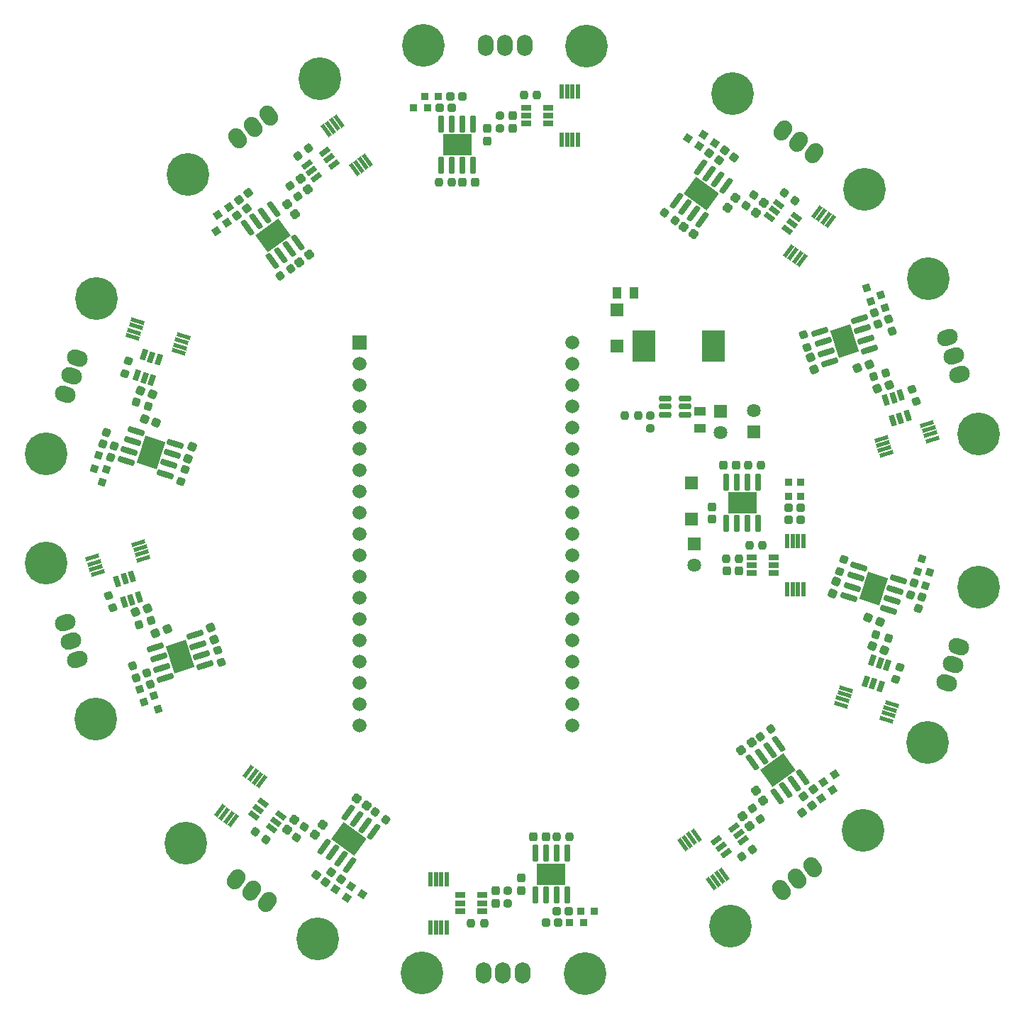
<source format=gts>
G04*
G04 #@! TF.GenerationSoftware,Altium Limited,Altium Designer,23.3.1 (30)*
G04*
G04 Layer_Color=8388736*
%FSAX44Y44*%
%MOMM*%
G71*
G04*
G04 #@! TF.SameCoordinates,7327C3A3-A75D-4357-90E6-FA600F46672C*
G04*
G04*
G04 #@! TF.FilePolarity,Negative*
G04*
G01*
G75*
G04:AMPARAMS|DCode=99|XSize=2.07mm|YSize=0.7mm|CornerRadius=0.125mm|HoleSize=0mm|Usage=FLASHONLY|Rotation=270.000|XOffset=0mm|YOffset=0mm|HoleType=Round|Shape=RoundedRectangle|*
%AMROUNDEDRECTD99*
21,1,2.0700,0.4500,0,0,270.0*
21,1,1.8200,0.7000,0,0,270.0*
1,1,0.2500,-0.2250,-0.9100*
1,1,0.2500,-0.2250,0.9100*
1,1,0.2500,0.2250,0.9100*
1,1,0.2500,0.2250,-0.9100*
%
%ADD99ROUNDEDRECTD99*%
%ADD100R,3.4020X2.5130*%
G04:AMPARAMS|DCode=101|XSize=2.07mm|YSize=0.7mm|CornerRadius=0.125mm|HoleSize=0mm|Usage=FLASHONLY|Rotation=53.903|XOffset=0mm|YOffset=0mm|HoleType=Round|Shape=RoundedRectangle|*
%AMROUNDEDRECTD101*
21,1,2.0700,0.4500,0,0,53.903*
21,1,1.8200,0.7000,0,0,53.903*
1,1,0.2500,0.7179,0.6027*
1,1,0.2500,-0.3543,-0.8679*
1,1,0.2500,-0.7179,-0.6027*
1,1,0.2500,0.3543,0.8679*
%
%ADD101ROUNDEDRECTD101*%
G04:AMPARAMS|DCode=102|XSize=2.513mm|YSize=3.402mm|CornerRadius=0mm|HoleSize=0mm|Usage=FLASHONLY|Rotation=53.903|XOffset=0mm|YOffset=0mm|HoleType=Round|Shape=Rectangle|*
%AMROTATEDRECTD102*
4,1,4,0.6342,-2.0174,-2.1147,-0.0131,-0.6342,2.0174,2.1147,0.0131,0.6342,-2.0174,0.0*
%
%ADD102ROTATEDRECTD102*%

G04:AMPARAMS|DCode=103|XSize=2.07mm|YSize=0.7mm|CornerRadius=0.125mm|HoleSize=0mm|Usage=FLASHONLY|Rotation=17.883|XOffset=0mm|YOffset=0mm|HoleType=Round|Shape=RoundedRectangle|*
%AMROUNDEDRECTD103*
21,1,2.0700,0.4500,0,0,17.883*
21,1,1.8200,0.7000,0,0,17.883*
1,1,0.2500,0.9351,0.0653*
1,1,0.2500,-0.7969,-0.4936*
1,1,0.2500,-0.9351,-0.0653*
1,1,0.2500,0.7969,0.4936*
%
%ADD103ROUNDEDRECTD103*%
G04:AMPARAMS|DCode=104|XSize=2.513mm|YSize=3.402mm|CornerRadius=0mm|HoleSize=0mm|Usage=FLASHONLY|Rotation=17.883|XOffset=0mm|YOffset=0mm|HoleType=Round|Shape=Rectangle|*
%AMROTATEDRECTD104*
4,1,4,-0.6735,-2.0047,-1.7181,1.2330,0.6735,2.0047,1.7181,-1.2330,-0.6735,-2.0047,0.0*
%
%ADD104ROTATEDRECTD104*%

G04:AMPARAMS|DCode=105|XSize=2.07mm|YSize=0.7mm|CornerRadius=0.125mm|HoleSize=0mm|Usage=FLASHONLY|Rotation=341.912|XOffset=0mm|YOffset=0mm|HoleType=Round|Shape=RoundedRectangle|*
%AMROUNDEDRECTD105*
21,1,2.0700,0.4500,0,0,341.912*
21,1,1.8200,0.7000,0,0,341.912*
1,1,0.2500,0.7952,-0.4964*
1,1,0.2500,-0.9349,0.0687*
1,1,0.2500,-0.7952,0.4964*
1,1,0.2500,0.9349,-0.0687*
%
%ADD105ROUNDEDRECTD105*%
G04:AMPARAMS|DCode=106|XSize=2.513mm|YSize=3.402mm|CornerRadius=0mm|HoleSize=0mm|Usage=FLASHONLY|Rotation=341.912|XOffset=0mm|YOffset=0mm|HoleType=Round|Shape=Rectangle|*
%AMROTATEDRECTD106*
4,1,4,-1.7225,-1.2268,-0.6663,2.0071,1.7225,1.2268,0.6663,-2.0071,-1.7225,-1.2268,0.0*
%
%ADD106ROTATEDRECTD106*%

G04:AMPARAMS|DCode=107|XSize=2.07mm|YSize=0.7mm|CornerRadius=0.125mm|HoleSize=0mm|Usage=FLASHONLY|Rotation=305.897|XOffset=0mm|YOffset=0mm|HoleType=Round|Shape=RoundedRectangle|*
%AMROUNDEDRECTD107*
21,1,2.0700,0.4500,0,0,305.897*
21,1,1.8200,0.7000,0,0,305.897*
1,1,0.2500,0.3513,-0.8691*
1,1,0.2500,-0.7158,0.6052*
1,1,0.2500,-0.3513,0.8691*
1,1,0.2500,0.7158,-0.6052*
%
%ADD107ROUNDEDRECTD107*%
G04:AMPARAMS|DCode=108|XSize=2.513mm|YSize=3.402mm|CornerRadius=0mm|HoleSize=0mm|Usage=FLASHONLY|Rotation=305.897|XOffset=0mm|YOffset=0mm|HoleType=Round|Shape=Rectangle|*
%AMROTATEDRECTD108*
4,1,4,-2.1147,0.0205,0.6412,2.0152,2.1147,-0.0205,-0.6412,-2.0152,-2.1147,0.0205,0.0*
%
%ADD108ROTATEDRECTD108*%

G04:AMPARAMS|DCode=109|XSize=2.07mm|YSize=0.7mm|CornerRadius=0.125mm|HoleSize=0mm|Usage=FLASHONLY|Rotation=197.828|XOffset=0mm|YOffset=0mm|HoleType=Round|Shape=RoundedRectangle|*
%AMROUNDEDRECTD109*
21,1,2.0700,0.4500,0,0,197.828*
21,1,1.8200,0.7000,0,0,197.828*
1,1,0.2500,-0.9352,-0.0644*
1,1,0.2500,0.7974,0.4928*
1,1,0.2500,0.9352,0.0644*
1,1,0.2500,-0.7974,-0.4928*
%
%ADD109ROUNDEDRECTD109*%
G04:AMPARAMS|DCode=110|XSize=2.513mm|YSize=3.402mm|CornerRadius=0mm|HoleSize=0mm|Usage=FLASHONLY|Rotation=197.828|XOffset=0mm|YOffset=0mm|HoleType=Round|Shape=Rectangle|*
%AMROTATEDRECTD110*
4,1,4,0.6754,2.0040,1.7169,-1.2346,-0.6754,-2.0040,-1.7169,1.2346,0.6754,2.0040,0.0*
%
%ADD110ROTATEDRECTD110*%

G04:AMPARAMS|DCode=111|XSize=2.07mm|YSize=0.7mm|CornerRadius=0.125mm|HoleSize=0mm|Usage=FLASHONLY|Rotation=161.962|XOffset=0mm|YOffset=0mm|HoleType=Round|Shape=RoundedRectangle|*
%AMROUNDEDRECTD111*
21,1,2.0700,0.4500,0,0,161.962*
21,1,1.8200,0.7000,0,0,161.962*
1,1,0.2500,-0.7956,0.4957*
1,1,0.2500,0.9349,-0.0678*
1,1,0.2500,0.7956,-0.4957*
1,1,0.2500,-0.9349,0.0678*
%
%ADD111ROUNDEDRECTD111*%
G04:AMPARAMS|DCode=112|XSize=2.513mm|YSize=3.402mm|CornerRadius=0mm|HoleSize=0mm|Usage=FLASHONLY|Rotation=161.962|XOffset=0mm|YOffset=0mm|HoleType=Round|Shape=Rectangle|*
%AMROTATEDRECTD112*
4,1,4,1.7215,1.2283,0.6680,-2.0065,-1.7215,-1.2283,-0.6680,2.0065,1.7215,1.2283,0.0*
%
%ADD112ROTATEDRECTD112*%

G04:AMPARAMS|DCode=113|XSize=2.07mm|YSize=0.7mm|CornerRadius=0.125mm|HoleSize=0mm|Usage=FLASHONLY|Rotation=126.021|XOffset=0mm|YOffset=0mm|HoleType=Round|Shape=RoundedRectangle|*
%AMROUNDEDRECTD113*
21,1,2.0700,0.4500,0,0,126.021*
21,1,1.8200,0.7000,0,0,126.021*
1,1,0.2500,-0.3532,0.8683*
1,1,0.2500,0.7171,-0.6037*
1,1,0.2500,0.3532,-0.8683*
1,1,0.2500,-0.7171,0.6037*
%
%ADD113ROUNDEDRECTD113*%
G04:AMPARAMS|DCode=114|XSize=2.513mm|YSize=3.402mm|CornerRadius=0mm|HoleSize=0mm|Usage=FLASHONLY|Rotation=126.021|XOffset=0mm|YOffset=0mm|HoleType=Round|Shape=Rectangle|*
%AMROTATEDRECTD114*
4,1,4,2.1147,-0.0159,-0.6369,-2.0166,-2.1147,0.0159,0.6369,2.0166,2.1147,-0.0159,0.0*
%
%ADD114ROTATEDRECTD114*%

%ADD115R,1.5800X1.5400*%
%ADD116R,0.9000X0.9000*%
G04:AMPARAMS|DCode=117|XSize=1mm|YSize=1mm|CornerRadius=0.275mm|HoleSize=0mm|Usage=FLASHONLY|Rotation=90.000|XOffset=0mm|YOffset=0mm|HoleType=Round|Shape=RoundedRectangle|*
%AMROUNDEDRECTD117*
21,1,1.0000,0.4500,0,0,90.0*
21,1,0.4500,1.0000,0,0,90.0*
1,1,0.5500,0.2250,0.2250*
1,1,0.5500,0.2250,-0.2250*
1,1,0.5500,-0.2250,-0.2250*
1,1,0.5500,-0.2250,0.2250*
%
%ADD117ROUNDEDRECTD117*%
G04:AMPARAMS|DCode=118|XSize=1mm|YSize=1mm|CornerRadius=0.275mm|HoleSize=0mm|Usage=FLASHONLY|Rotation=216.021|XOffset=0mm|YOffset=0mm|HoleType=Round|Shape=RoundedRectangle|*
%AMROUNDEDRECTD118*
21,1,1.0000,0.4500,0,0,216.021*
21,1,0.4500,1.0000,0,0,216.021*
1,1,0.5500,-0.3143,0.0497*
1,1,0.5500,0.0497,0.3143*
1,1,0.5500,0.3143,-0.0497*
1,1,0.5500,-0.0497,-0.3143*
%
%ADD118ROUNDEDRECTD118*%
%ADD119P,1.2728X4X261.021*%
%ADD120R,0.9000X0.9000*%
G04:AMPARAMS|DCode=121|XSize=1mm|YSize=1mm|CornerRadius=0.275mm|HoleSize=0mm|Usage=FLASHONLY|Rotation=180.000|XOffset=0mm|YOffset=0mm|HoleType=Round|Shape=RoundedRectangle|*
%AMROUNDEDRECTD121*
21,1,1.0000,0.4500,0,0,180.0*
21,1,0.4500,1.0000,0,0,180.0*
1,1,0.5500,-0.2250,0.2250*
1,1,0.5500,0.2250,0.2250*
1,1,0.5500,0.2250,-0.2250*
1,1,0.5500,-0.2250,-0.2250*
%
%ADD121ROUNDEDRECTD121*%
%ADD122P,1.2728X4X188.903*%
G04:AMPARAMS|DCode=123|XSize=1mm|YSize=1mm|CornerRadius=0.275mm|HoleSize=0mm|Usage=FLASHONLY|Rotation=143.903|XOffset=0mm|YOffset=0mm|HoleType=Round|Shape=RoundedRectangle|*
%AMROUNDEDRECTD123*
21,1,1.0000,0.4500,0,0,143.903*
21,1,0.4500,1.0000,0,0,143.903*
1,1,0.5500,-0.0493,0.3144*
1,1,0.5500,0.3144,0.0493*
1,1,0.5500,0.0493,-0.3144*
1,1,0.5500,-0.3144,-0.0493*
%
%ADD123ROUNDEDRECTD123*%
%ADD124P,1.2728X4X152.883*%
G04:AMPARAMS|DCode=125|XSize=1mm|YSize=1mm|CornerRadius=0.275mm|HoleSize=0mm|Usage=FLASHONLY|Rotation=107.883|XOffset=0mm|YOffset=0mm|HoleType=Round|Shape=RoundedRectangle|*
%AMROUNDEDRECTD125*
21,1,1.0000,0.4500,0,0,107.883*
21,1,0.4500,1.0000,0,0,107.883*
1,1,0.5500,0.1450,0.2832*
1,1,0.5500,0.2832,-0.1450*
1,1,0.5500,-0.1450,-0.2832*
1,1,0.5500,-0.2832,0.1450*
%
%ADD125ROUNDEDRECTD125*%
%ADD126P,1.2728X4X116.912*%
G04:AMPARAMS|DCode=127|XSize=1mm|YSize=1mm|CornerRadius=0.275mm|HoleSize=0mm|Usage=FLASHONLY|Rotation=71.912|XOffset=0mm|YOffset=0mm|HoleType=Round|Shape=RoundedRectangle|*
%AMROUNDEDRECTD127*
21,1,1.0000,0.4500,0,0,71.912*
21,1,0.4500,1.0000,0,0,71.912*
1,1,0.5500,0.2837,0.1440*
1,1,0.5500,0.1440,-0.2837*
1,1,0.5500,-0.2837,-0.1440*
1,1,0.5500,-0.1440,0.2837*
%
%ADD127ROUNDEDRECTD127*%
%ADD128P,1.2728X4X80.897*%
G04:AMPARAMS|DCode=129|XSize=1mm|YSize=1mm|CornerRadius=0.275mm|HoleSize=0mm|Usage=FLASHONLY|Rotation=35.897|XOffset=0mm|YOffset=0mm|HoleType=Round|Shape=RoundedRectangle|*
%AMROUNDEDRECTD129*
21,1,1.0000,0.4500,0,0,35.897*
21,1,0.4500,1.0000,0,0,35.897*
1,1,0.5500,0.3142,-0.0503*
1,1,0.5500,-0.0503,-0.3142*
1,1,0.5500,-0.3142,0.0503*
1,1,0.5500,0.0503,0.3142*
%
%ADD129ROUNDEDRECTD129*%
%ADD130P,1.2728X4X332.828*%
G04:AMPARAMS|DCode=131|XSize=1mm|YSize=1mm|CornerRadius=0.275mm|HoleSize=0mm|Usage=FLASHONLY|Rotation=287.828|XOffset=0mm|YOffset=0mm|HoleType=Round|Shape=RoundedRectangle|*
%AMROUNDEDRECTD131*
21,1,1.0000,0.4500,0,0,287.828*
21,1,0.4500,1.0000,0,0,287.828*
1,1,0.5500,-0.1453,-0.2831*
1,1,0.5500,-0.2831,0.1453*
1,1,0.5500,0.1453,0.2831*
1,1,0.5500,0.2831,-0.1453*
%
%ADD131ROUNDEDRECTD131*%
%ADD132P,1.2728X4X296.962*%
G04:AMPARAMS|DCode=133|XSize=1mm|YSize=1mm|CornerRadius=0.275mm|HoleSize=0mm|Usage=FLASHONLY|Rotation=251.962|XOffset=0mm|YOffset=0mm|HoleType=Round|Shape=RoundedRectangle|*
%AMROUNDEDRECTD133*
21,1,1.0000,0.4500,0,0,251.962*
21,1,0.4500,1.0000,0,0,251.962*
1,1,0.5500,-0.2836,-0.1443*
1,1,0.5500,-0.1443,0.2836*
1,1,0.5500,0.2836,0.1443*
1,1,0.5500,0.1443,-0.2836*
%
%ADD133ROUNDEDRECTD133*%
G04:AMPARAMS|DCode=134|XSize=1.47mm|YSize=0.69mm|CornerRadius=0.1975mm|HoleSize=0mm|Usage=FLASHONLY|Rotation=0.000|XOffset=0mm|YOffset=0mm|HoleType=Round|Shape=RoundedRectangle|*
%AMROUNDEDRECTD134*
21,1,1.4700,0.2950,0,0,0.0*
21,1,1.0750,0.6900,0,0,0.0*
1,1,0.3950,0.5375,-0.1475*
1,1,0.3950,-0.5375,-0.1475*
1,1,0.3950,-0.5375,0.1475*
1,1,0.3950,0.5375,0.1475*
%
%ADD134ROUNDEDRECTD134*%
%ADD135R,2.8000X3.7000*%
G04:AMPARAMS|DCode=136|XSize=0.65mm|YSize=1.3mm|CornerRadius=0mm|HoleSize=0mm|Usage=FLASHONLY|Rotation=197.828|XOffset=0mm|YOffset=0mm|HoleType=Round|Shape=Rectangle|*
%AMROTATEDRECTD136*
4,1,4,0.1104,0.7183,0.5084,-0.5193,-0.1104,-0.7183,-0.5084,0.5193,0.1104,0.7183,0.0*
%
%ADD136ROTATEDRECTD136*%

G04:AMPARAMS|DCode=137|XSize=1mm|YSize=0.95mm|CornerRadius=0.2625mm|HoleSize=0mm|Usage=FLASHONLY|Rotation=197.828|XOffset=0mm|YOffset=0mm|HoleType=Round|Shape=RoundedRectangle|*
%AMROUNDEDRECTD137*
21,1,1.0000,0.4250,0,0,197.828*
21,1,0.4750,0.9500,0,0,197.828*
1,1,0.5250,-0.2912,0.1296*
1,1,0.5250,0.1610,0.2750*
1,1,0.5250,0.2912,-0.1296*
1,1,0.5250,-0.1610,-0.2750*
%
%ADD137ROUNDEDRECTD137*%
G04:AMPARAMS|DCode=138|XSize=1mm|YSize=0.95mm|CornerRadius=0.2625mm|HoleSize=0mm|Usage=FLASHONLY|Rotation=107.828|XOffset=0mm|YOffset=0mm|HoleType=Round|Shape=RoundedRectangle|*
%AMROUNDEDRECTD138*
21,1,1.0000,0.4250,0,0,107.828*
21,1,0.4750,0.9500,0,0,107.828*
1,1,0.5250,0.1296,0.2912*
1,1,0.5250,0.2750,-0.1610*
1,1,0.5250,-0.1296,-0.2912*
1,1,0.5250,-0.2750,0.1610*
%
%ADD138ROUNDEDRECTD138*%
G04:AMPARAMS|DCode=139|XSize=0.48mm|YSize=1.66mm|CornerRadius=0mm|HoleSize=0mm|Usage=FLASHONLY|Rotation=287.828|XOffset=0mm|YOffset=0mm|HoleType=Round|Shape=Rectangle|*
%AMROTATEDRECTD139*
4,1,4,-0.8636,-0.0256,0.7167,0.4826,0.8636,0.0256,-0.7167,-0.4826,-0.8636,-0.0256,0.0*
%
%ADD139ROTATEDRECTD139*%

G04:AMPARAMS|DCode=140|XSize=1.05mm|YSize=1.05mm|CornerRadius=0.2875mm|HoleSize=0mm|Usage=FLASHONLY|Rotation=287.828|XOffset=0mm|YOffset=0mm|HoleType=Round|Shape=RoundedRectangle|*
%AMROUNDEDRECTD140*
21,1,1.0500,0.4750,0,0,287.828*
21,1,0.4750,1.0500,0,0,287.828*
1,1,0.5750,-0.1534,-0.2988*
1,1,0.5750,-0.2988,0.1534*
1,1,0.5750,0.1534,0.2988*
1,1,0.5750,0.2988,-0.1534*
%
%ADD140ROUNDEDRECTD140*%
G04:AMPARAMS|DCode=141|XSize=1.05mm|YSize=1.05mm|CornerRadius=0.2875mm|HoleSize=0mm|Usage=FLASHONLY|Rotation=197.828|XOffset=0mm|YOffset=0mm|HoleType=Round|Shape=RoundedRectangle|*
%AMROUNDEDRECTD141*
21,1,1.0500,0.4750,0,0,197.828*
21,1,0.4750,1.0500,0,0,197.828*
1,1,0.5750,-0.2988,0.1534*
1,1,0.5750,0.1534,0.2988*
1,1,0.5750,0.2988,-0.1534*
1,1,0.5750,-0.1534,-0.2988*
%
%ADD141ROUNDEDRECTD141*%
G04:AMPARAMS|DCode=142|XSize=0.48mm|YSize=1.66mm|CornerRadius=0mm|HoleSize=0mm|Usage=FLASHONLY|Rotation=323.903|XOffset=0mm|YOffset=0mm|HoleType=Round|Shape=Rectangle|*
%AMROTATEDRECTD142*
4,1,4,-0.6829,-0.5293,0.2951,0.8121,0.6829,0.5293,-0.2951,-0.8121,-0.6829,-0.5293,0.0*
%
%ADD142ROTATEDRECTD142*%

G04:AMPARAMS|DCode=143|XSize=1mm|YSize=0.95mm|CornerRadius=0.2625mm|HoleSize=0mm|Usage=FLASHONLY|Rotation=233.903|XOffset=0mm|YOffset=0mm|HoleType=Round|Shape=RoundedRectangle|*
%AMROUNDEDRECTD143*
21,1,1.0000,0.4250,0,0,233.903*
21,1,0.4750,0.9500,0,0,233.903*
1,1,0.5250,-0.3116,-0.0667*
1,1,0.5250,-0.0318,0.3171*
1,1,0.5250,0.3116,0.0667*
1,1,0.5250,0.0318,-0.3171*
%
%ADD143ROUNDEDRECTD143*%
G04:AMPARAMS|DCode=144|XSize=1mm|YSize=0.95mm|CornerRadius=0.2625mm|HoleSize=0mm|Usage=FLASHONLY|Rotation=143.903|XOffset=0mm|YOffset=0mm|HoleType=Round|Shape=RoundedRectangle|*
%AMROUNDEDRECTD144*
21,1,1.0000,0.4250,0,0,143.903*
21,1,0.4750,0.9500,0,0,143.903*
1,1,0.5250,-0.0667,0.3116*
1,1,0.5250,0.3171,0.0318*
1,1,0.5250,0.0667,-0.3116*
1,1,0.5250,-0.3171,-0.0318*
%
%ADD144ROUNDEDRECTD144*%
G04:AMPARAMS|DCode=145|XSize=0.65mm|YSize=1.3mm|CornerRadius=0mm|HoleSize=0mm|Usage=FLASHONLY|Rotation=233.903|XOffset=0mm|YOffset=0mm|HoleType=Round|Shape=Rectangle|*
%AMROTATEDRECTD145*
4,1,4,-0.3337,0.6456,0.7167,-0.1203,0.3337,-0.6456,-0.7167,0.1203,-0.3337,0.6456,0.0*
%
%ADD145ROTATEDRECTD145*%

G04:AMPARAMS|DCode=146|XSize=1.05mm|YSize=1.05mm|CornerRadius=0.2875mm|HoleSize=0mm|Usage=FLASHONLY|Rotation=233.903|XOffset=0mm|YOffset=0mm|HoleType=Round|Shape=RoundedRectangle|*
%AMROUNDEDRECTD146*
21,1,1.0500,0.4750,0,0,233.903*
21,1,0.4750,1.0500,0,0,233.903*
1,1,0.5750,-0.3318,-0.0520*
1,1,0.5750,-0.0520,0.3318*
1,1,0.5750,0.3318,0.0520*
1,1,0.5750,0.0520,-0.3318*
%
%ADD146ROUNDEDRECTD146*%
G04:AMPARAMS|DCode=147|XSize=1.05mm|YSize=1.05mm|CornerRadius=0.2875mm|HoleSize=0mm|Usage=FLASHONLY|Rotation=323.903|XOffset=0mm|YOffset=0mm|HoleType=Round|Shape=RoundedRectangle|*
%AMROUNDEDRECTD147*
21,1,1.0500,0.4750,0,0,323.903*
21,1,0.4750,1.0500,0,0,323.903*
1,1,0.5750,0.0520,-0.3318*
1,1,0.5750,-0.3318,-0.0520*
1,1,0.5750,-0.0520,0.3318*
1,1,0.5750,0.3318,0.0520*
%
%ADD147ROUNDEDRECTD147*%
G04:AMPARAMS|DCode=148|XSize=1.05mm|YSize=1.05mm|CornerRadius=0.2875mm|HoleSize=0mm|Usage=FLASHONLY|Rotation=323.903|XOffset=0mm|YOffset=0mm|HoleType=Round|Shape=RoundedRectangle|*
%AMROUNDEDRECTD148*
21,1,1.0500,0.4750,0,0,323.903*
21,1,0.4750,1.0500,0,0,323.903*
1,1,0.5750,0.0520,-0.3318*
1,1,0.5750,-0.3318,-0.0520*
1,1,0.5750,-0.0520,0.3318*
1,1,0.5750,0.3318,0.0520*
%
%ADD148ROUNDEDRECTD148*%
G04:AMPARAMS|DCode=149|XSize=0.48mm|YSize=1.66mm|CornerRadius=0mm|HoleSize=0mm|Usage=FLASHONLY|Rotation=35.897|XOffset=0mm|YOffset=0mm|HoleType=Round|Shape=Rectangle|*
%AMROTATEDRECTD149*
4,1,4,0.2922,-0.8131,-0.6811,0.5316,-0.2922,0.8131,0.6811,-0.5316,0.2922,-0.8131,0.0*
%
%ADD149ROTATEDRECTD149*%

G04:AMPARAMS|DCode=150|XSize=0.65mm|YSize=1.3mm|CornerRadius=0mm|HoleSize=0mm|Usage=FLASHONLY|Rotation=305.897|XOffset=0mm|YOffset=0mm|HoleType=Round|Shape=Rectangle|*
%AMROTATEDRECTD150*
4,1,4,-0.7171,-0.1178,0.3360,0.6444,0.7171,0.1178,-0.3360,-0.6444,-0.7171,-0.1178,0.0*
%
%ADD150ROTATEDRECTD150*%

G04:AMPARAMS|DCode=151|XSize=1.05mm|YSize=1.05mm|CornerRadius=0.2875mm|HoleSize=0mm|Usage=FLASHONLY|Rotation=305.897|XOffset=0mm|YOffset=0mm|HoleType=Round|Shape=RoundedRectangle|*
%AMROUNDEDRECTD151*
21,1,1.0500,0.4750,0,0,305.897*
21,1,0.4750,1.0500,0,0,305.897*
1,1,0.5750,-0.0531,-0.3317*
1,1,0.5750,-0.3317,0.0531*
1,1,0.5750,0.0531,0.3317*
1,1,0.5750,0.3317,-0.0531*
%
%ADD151ROUNDEDRECTD151*%
G04:AMPARAMS|DCode=152|XSize=1mm|YSize=0.95mm|CornerRadius=0.2625mm|HoleSize=0mm|Usage=FLASHONLY|Rotation=305.897|XOffset=0mm|YOffset=0mm|HoleType=Round|Shape=RoundedRectangle|*
%AMROUNDEDRECTD152*
21,1,1.0000,0.4250,0,0,305.897*
21,1,0.4750,0.9500,0,0,305.897*
1,1,0.5250,-0.0329,-0.3170*
1,1,0.5250,-0.3114,0.0678*
1,1,0.5250,0.0329,0.3170*
1,1,0.5250,0.3114,-0.0678*
%
%ADD152ROUNDEDRECTD152*%
G04:AMPARAMS|DCode=153|XSize=1.05mm|YSize=1.05mm|CornerRadius=0.2875mm|HoleSize=0mm|Usage=FLASHONLY|Rotation=35.897|XOffset=0mm|YOffset=0mm|HoleType=Round|Shape=RoundedRectangle|*
%AMROUNDEDRECTD153*
21,1,1.0500,0.4750,0,0,35.897*
21,1,0.4750,1.0500,0,0,35.897*
1,1,0.5750,0.3317,-0.0531*
1,1,0.5750,-0.0531,-0.3317*
1,1,0.5750,-0.3317,0.0531*
1,1,0.5750,0.0531,0.3317*
%
%ADD153ROUNDEDRECTD153*%
G04:AMPARAMS|DCode=154|XSize=1mm|YSize=0.95mm|CornerRadius=0.2625mm|HoleSize=0mm|Usage=FLASHONLY|Rotation=215.897|XOffset=0mm|YOffset=0mm|HoleType=Round|Shape=RoundedRectangle|*
%AMROUNDEDRECTD154*
21,1,1.0000,0.4250,0,0,215.897*
21,1,0.4750,0.9500,0,0,215.897*
1,1,0.5250,-0.3170,0.0329*
1,1,0.5250,0.0678,0.3114*
1,1,0.5250,0.3170,-0.0329*
1,1,0.5250,-0.0678,-0.3114*
%
%ADD154ROUNDEDRECTD154*%
G04:AMPARAMS|DCode=155|XSize=1.05mm|YSize=1.05mm|CornerRadius=0.2875mm|HoleSize=0mm|Usage=FLASHONLY|Rotation=35.897|XOffset=0mm|YOffset=0mm|HoleType=Round|Shape=RoundedRectangle|*
%AMROUNDEDRECTD155*
21,1,1.0500,0.4750,0,0,35.897*
21,1,0.4750,1.0500,0,0,35.897*
1,1,0.5750,0.3317,-0.0531*
1,1,0.5750,-0.0531,-0.3317*
1,1,0.5750,-0.3317,0.0531*
1,1,0.5750,0.0531,0.3317*
%
%ADD155ROUNDEDRECTD155*%
G04:AMPARAMS|DCode=156|XSize=1.05mm|YSize=1.05mm|CornerRadius=0.2875mm|HoleSize=0mm|Usage=FLASHONLY|Rotation=126.021|XOffset=0mm|YOffset=0mm|HoleType=Round|Shape=RoundedRectangle|*
%AMROUNDEDRECTD156*
21,1,1.0500,0.4750,0,0,126.021*
21,1,0.4750,1.0500,0,0,126.021*
1,1,0.5750,0.0524,0.3318*
1,1,0.5750,0.3318,-0.0524*
1,1,0.5750,-0.0524,-0.3318*
1,1,0.5750,-0.3318,0.0524*
%
%ADD156ROUNDEDRECTD156*%
G04:AMPARAMS|DCode=157|XSize=1mm|YSize=0.95mm|CornerRadius=0.2625mm|HoleSize=0mm|Usage=FLASHONLY|Rotation=126.021|XOffset=0mm|YOffset=0mm|HoleType=Round|Shape=RoundedRectangle|*
%AMROUNDEDRECTD157*
21,1,1.0000,0.4250,0,0,126.021*
21,1,0.4750,0.9500,0,0,126.021*
1,1,0.5250,0.0322,0.3171*
1,1,0.5250,0.3115,-0.0671*
1,1,0.5250,-0.0322,-0.3171*
1,1,0.5250,-0.3115,0.0671*
%
%ADD157ROUNDEDRECTD157*%
G04:AMPARAMS|DCode=158|XSize=1.05mm|YSize=1.05mm|CornerRadius=0.2875mm|HoleSize=0mm|Usage=FLASHONLY|Rotation=216.021|XOffset=0mm|YOffset=0mm|HoleType=Round|Shape=RoundedRectangle|*
%AMROUNDEDRECTD158*
21,1,1.0500,0.4750,0,0,216.021*
21,1,0.4750,1.0500,0,0,216.021*
1,1,0.5750,-0.3318,0.0524*
1,1,0.5750,0.0524,0.3318*
1,1,0.5750,0.3318,-0.0524*
1,1,0.5750,-0.0524,-0.3318*
%
%ADD158ROUNDEDRECTD158*%
G04:AMPARAMS|DCode=159|XSize=0.65mm|YSize=1.3mm|CornerRadius=0mm|HoleSize=0mm|Usage=FLASHONLY|Rotation=126.021|XOffset=0mm|YOffset=0mm|HoleType=Round|Shape=Rectangle|*
%AMROTATEDRECTD159*
4,1,4,0.7169,0.1194,-0.3346,-0.6451,-0.7169,-0.1194,0.3346,0.6451,0.7169,0.1194,0.0*
%
%ADD159ROTATEDRECTD159*%

G04:AMPARAMS|DCode=160|XSize=1mm|YSize=0.95mm|CornerRadius=0.2625mm|HoleSize=0mm|Usage=FLASHONLY|Rotation=36.021|XOffset=0mm|YOffset=0mm|HoleType=Round|Shape=RoundedRectangle|*
%AMROUNDEDRECTD160*
21,1,1.0000,0.4250,0,0,36.021*
21,1,0.4750,0.9500,0,0,36.021*
1,1,0.5250,0.3171,-0.0322*
1,1,0.5250,-0.0671,-0.3115*
1,1,0.5250,-0.3171,0.0322*
1,1,0.5250,0.0671,0.3115*
%
%ADD160ROUNDEDRECTD160*%
G04:AMPARAMS|DCode=161|XSize=0.48mm|YSize=1.66mm|CornerRadius=0mm|HoleSize=0mm|Usage=FLASHONLY|Rotation=216.021|XOffset=0mm|YOffset=0mm|HoleType=Round|Shape=Rectangle|*
%AMROTATEDRECTD161*
4,1,4,-0.2940,0.8124,0.6822,-0.5302,0.2940,-0.8124,-0.6822,0.5302,-0.2940,0.8124,0.0*
%
%ADD161ROTATEDRECTD161*%

%ADD162R,0.4800X1.6600*%
%ADD163R,1.3000X0.6500*%
G04:AMPARAMS|DCode=164|XSize=1mm|YSize=0.95mm|CornerRadius=0.2625mm|HoleSize=0mm|Usage=FLASHONLY|Rotation=270.000|XOffset=0mm|YOffset=0mm|HoleType=Round|Shape=RoundedRectangle|*
%AMROUNDEDRECTD164*
21,1,1.0000,0.4250,0,0,270.0*
21,1,0.4750,0.9500,0,0,270.0*
1,1,0.5250,-0.2125,-0.2375*
1,1,0.5250,-0.2125,0.2375*
1,1,0.5250,0.2125,0.2375*
1,1,0.5250,0.2125,-0.2375*
%
%ADD164ROUNDEDRECTD164*%
G04:AMPARAMS|DCode=165|XSize=1.05mm|YSize=1.05mm|CornerRadius=0.2875mm|HoleSize=0mm|Usage=FLASHONLY|Rotation=270.000|XOffset=0mm|YOffset=0mm|HoleType=Round|Shape=RoundedRectangle|*
%AMROUNDEDRECTD165*
21,1,1.0500,0.4750,0,0,270.0*
21,1,0.4750,1.0500,0,0,270.0*
1,1,0.5750,-0.2375,-0.2375*
1,1,0.5750,-0.2375,0.2375*
1,1,0.5750,0.2375,0.2375*
1,1,0.5750,0.2375,-0.2375*
%
%ADD165ROUNDEDRECTD165*%
G04:AMPARAMS|DCode=166|XSize=1.05mm|YSize=1.05mm|CornerRadius=0.2875mm|HoleSize=0mm|Usage=FLASHONLY|Rotation=0.000|XOffset=0mm|YOffset=0mm|HoleType=Round|Shape=RoundedRectangle|*
%AMROUNDEDRECTD166*
21,1,1.0500,0.4750,0,0,0.0*
21,1,0.4750,1.0500,0,0,0.0*
1,1,0.5750,0.2375,-0.2375*
1,1,0.5750,-0.2375,-0.2375*
1,1,0.5750,-0.2375,0.2375*
1,1,0.5750,0.2375,0.2375*
%
%ADD166ROUNDEDRECTD166*%
G04:AMPARAMS|DCode=167|XSize=1mm|YSize=0.95mm|CornerRadius=0.2625mm|HoleSize=0mm|Usage=FLASHONLY|Rotation=180.000|XOffset=0mm|YOffset=0mm|HoleType=Round|Shape=RoundedRectangle|*
%AMROUNDEDRECTD167*
21,1,1.0000,0.4250,0,0,180.0*
21,1,0.4750,0.9500,0,0,180.0*
1,1,0.5250,-0.2375,0.2125*
1,1,0.5250,0.2375,0.2125*
1,1,0.5250,0.2375,-0.2125*
1,1,0.5250,-0.2375,-0.2125*
%
%ADD167ROUNDEDRECTD167*%
G04:AMPARAMS|DCode=168|XSize=0.48mm|YSize=1.66mm|CornerRadius=0mm|HoleSize=0mm|Usage=FLASHONLY|Rotation=107.883|XOffset=0mm|YOffset=0mm|HoleType=Round|Shape=Rectangle|*
%AMROTATEDRECTD168*
4,1,4,0.8636,0.0265,-0.7162,-0.4833,-0.8636,-0.0265,0.7162,0.4833,0.8636,0.0265,0.0*
%
%ADD168ROTATEDRECTD168*%

G04:AMPARAMS|DCode=169|XSize=0.48mm|YSize=1.66mm|CornerRadius=0mm|HoleSize=0mm|Usage=FLASHONLY|Rotation=71.912|XOffset=0mm|YOffset=0mm|HoleType=Round|Shape=Rectangle|*
%AMROTATEDRECTD169*
4,1,4,0.7145,-0.4858,-0.8635,0.0296,-0.7145,0.4858,0.8635,-0.0296,0.7145,-0.4858,0.0*
%
%ADD169ROTATEDRECTD169*%

G04:AMPARAMS|DCode=170|XSize=0.48mm|YSize=1.66mm|CornerRadius=0mm|HoleSize=0mm|Usage=FLASHONLY|Rotation=251.962|XOffset=0mm|YOffset=0mm|HoleType=Round|Shape=Rectangle|*
%AMROTATEDRECTD170*
4,1,4,-0.7149,0.4852,0.8635,-0.0288,0.7149,-0.4852,-0.8635,0.0288,-0.7149,0.4852,0.0*
%
%ADD170ROTATEDRECTD170*%

%ADD171R,1.1020X1.3520*%
G04:AMPARAMS|DCode=172|XSize=1.05mm|YSize=1.05mm|CornerRadius=0.2875mm|HoleSize=0mm|Usage=FLASHONLY|Rotation=17.883|XOffset=0mm|YOffset=0mm|HoleType=Round|Shape=RoundedRectangle|*
%AMROUNDEDRECTD172*
21,1,1.0500,0.4750,0,0,17.883*
21,1,0.4750,1.0500,0,0,17.883*
1,1,0.5750,0.2990,-0.1531*
1,1,0.5750,-0.1531,-0.2990*
1,1,0.5750,-0.2990,0.1531*
1,1,0.5750,0.1531,0.2990*
%
%ADD172ROUNDEDRECTD172*%
G04:AMPARAMS|DCode=173|XSize=1mm|YSize=0.95mm|CornerRadius=0.2625mm|HoleSize=0mm|Usage=FLASHONLY|Rotation=17.883|XOffset=0mm|YOffset=0mm|HoleType=Round|Shape=RoundedRectangle|*
%AMROUNDEDRECTD173*
21,1,1.0000,0.4250,0,0,17.883*
21,1,0.4750,0.9500,0,0,17.883*
1,1,0.5250,0.2913,-0.1293*
1,1,0.5250,-0.1608,-0.2752*
1,1,0.5250,-0.2913,0.1293*
1,1,0.5250,0.1608,0.2752*
%
%ADD173ROUNDEDRECTD173*%
G04:AMPARAMS|DCode=174|XSize=0.65mm|YSize=1.3mm|CornerRadius=0mm|HoleSize=0mm|Usage=FLASHONLY|Rotation=17.883|XOffset=0mm|YOffset=0mm|HoleType=Round|Shape=Rectangle|*
%AMROTATEDRECTD174*
4,1,4,-0.1097,-0.7184,-0.5089,0.5188,0.1097,0.7184,0.5089,-0.5188,-0.1097,-0.7184,0.0*
%
%ADD174ROTATEDRECTD174*%

G04:AMPARAMS|DCode=175|XSize=1.05mm|YSize=1.05mm|CornerRadius=0.2875mm|HoleSize=0mm|Usage=FLASHONLY|Rotation=107.883|XOffset=0mm|YOffset=0mm|HoleType=Round|Shape=RoundedRectangle|*
%AMROUNDEDRECTD175*
21,1,1.0500,0.4750,0,0,107.883*
21,1,0.4750,1.0500,0,0,107.883*
1,1,0.5750,0.1531,0.2990*
1,1,0.5750,0.2990,-0.1531*
1,1,0.5750,-0.1531,-0.2990*
1,1,0.5750,-0.2990,0.1531*
%
%ADD175ROUNDEDRECTD175*%
G04:AMPARAMS|DCode=176|XSize=1mm|YSize=0.95mm|CornerRadius=0.2625mm|HoleSize=0mm|Usage=FLASHONLY|Rotation=287.883|XOffset=0mm|YOffset=0mm|HoleType=Round|Shape=RoundedRectangle|*
%AMROUNDEDRECTD176*
21,1,1.0000,0.4250,0,0,287.883*
21,1,0.4750,0.9500,0,0,287.883*
1,1,0.5250,-0.1293,-0.2913*
1,1,0.5250,-0.2752,0.1608*
1,1,0.5250,0.1293,0.2913*
1,1,0.5250,0.2752,-0.1608*
%
%ADD176ROUNDEDRECTD176*%
G04:AMPARAMS|DCode=177|XSize=1.05mm|YSize=1.05mm|CornerRadius=0.2875mm|HoleSize=0mm|Usage=FLASHONLY|Rotation=107.883|XOffset=0mm|YOffset=0mm|HoleType=Round|Shape=RoundedRectangle|*
%AMROUNDEDRECTD177*
21,1,1.0500,0.4750,0,0,107.883*
21,1,0.4750,1.0500,0,0,107.883*
1,1,0.5750,0.1531,0.2990*
1,1,0.5750,0.2990,-0.1531*
1,1,0.5750,-0.1531,-0.2990*
1,1,0.5750,-0.2990,0.1531*
%
%ADD177ROUNDEDRECTD177*%
G04:AMPARAMS|DCode=178|XSize=1.05mm|YSize=1.05mm|CornerRadius=0.2875mm|HoleSize=0mm|Usage=FLASHONLY|Rotation=251.962|XOffset=0mm|YOffset=0mm|HoleType=Round|Shape=RoundedRectangle|*
%AMROUNDEDRECTD178*
21,1,1.0500,0.4750,0,0,251.962*
21,1,0.4750,1.0500,0,0,251.962*
1,1,0.5750,-0.2994,-0.1523*
1,1,0.5750,-0.1523,0.2994*
1,1,0.5750,0.2994,0.1523*
1,1,0.5750,0.1523,-0.2994*
%
%ADD178ROUNDEDRECTD178*%
G04:AMPARAMS|DCode=179|XSize=0.65mm|YSize=1.3mm|CornerRadius=0mm|HoleSize=0mm|Usage=FLASHONLY|Rotation=161.962|XOffset=0mm|YOffset=0mm|HoleType=Round|Shape=Rectangle|*
%AMROTATEDRECTD179*
4,1,4,0.5103,0.5174,0.1078,-0.7187,-0.5103,-0.5174,-0.1078,0.7187,0.5103,0.5174,0.0*
%
%ADD179ROTATEDRECTD179*%

G04:AMPARAMS|DCode=180|XSize=1mm|YSize=0.95mm|CornerRadius=0.2625mm|HoleSize=0mm|Usage=FLASHONLY|Rotation=161.962|XOffset=0mm|YOffset=0mm|HoleType=Round|Shape=RoundedRectangle|*
%AMROUNDEDRECTD180*
21,1,1.0000,0.4250,0,0,161.962*
21,1,0.4750,0.9500,0,0,161.962*
1,1,0.5250,-0.1600,0.2756*
1,1,0.5250,0.2916,0.1285*
1,1,0.5250,0.1600,-0.2756*
1,1,0.5250,-0.2916,-0.1285*
%
%ADD180ROUNDEDRECTD180*%
G04:AMPARAMS|DCode=181|XSize=1mm|YSize=0.95mm|CornerRadius=0.2625mm|HoleSize=0mm|Usage=FLASHONLY|Rotation=71.962|XOffset=0mm|YOffset=0mm|HoleType=Round|Shape=RoundedRectangle|*
%AMROUNDEDRECTD181*
21,1,1.0000,0.4250,0,0,71.962*
21,1,0.4750,0.9500,0,0,71.962*
1,1,0.5250,0.2756,0.1600*
1,1,0.5250,0.1285,-0.2916*
1,1,0.5250,-0.2756,-0.1600*
1,1,0.5250,-0.1285,0.2916*
%
%ADD181ROUNDEDRECTD181*%
G04:AMPARAMS|DCode=182|XSize=1.05mm|YSize=1.05mm|CornerRadius=0.2875mm|HoleSize=0mm|Usage=FLASHONLY|Rotation=161.962|XOffset=0mm|YOffset=0mm|HoleType=Round|Shape=RoundedRectangle|*
%AMROUNDEDRECTD182*
21,1,1.0500,0.4750,0,0,161.962*
21,1,0.4750,1.0500,0,0,161.962*
1,1,0.5750,-0.1523,0.2994*
1,1,0.5750,0.2994,0.1523*
1,1,0.5750,0.1523,-0.2994*
1,1,0.5750,-0.2994,-0.1523*
%
%ADD182ROUNDEDRECTD182*%
G04:AMPARAMS|DCode=183|XSize=1mm|YSize=0.95mm|CornerRadius=0.2625mm|HoleSize=0mm|Usage=FLASHONLY|Rotation=341.912|XOffset=0mm|YOffset=0mm|HoleType=Round|Shape=RoundedRectangle|*
%AMROUNDEDRECTD183*
21,1,1.0000,0.4250,0,0,341.912*
21,1,0.4750,0.9500,0,0,341.912*
1,1,0.5250,0.1598,-0.2757*
1,1,0.5250,-0.2917,-0.1283*
1,1,0.5250,-0.1598,0.2757*
1,1,0.5250,0.2917,0.1283*
%
%ADD183ROUNDEDRECTD183*%
G04:AMPARAMS|DCode=184|XSize=0.65mm|YSize=1.3mm|CornerRadius=0mm|HoleSize=0mm|Usage=FLASHONLY|Rotation=341.912|XOffset=0mm|YOffset=0mm|HoleType=Round|Shape=Rectangle|*
%AMROTATEDRECTD184*
4,1,4,-0.5108,-0.5170,-0.1071,0.7188,0.5108,0.5170,0.1071,-0.7188,-0.5108,-0.5170,0.0*
%
%ADD184ROTATEDRECTD184*%

G04:AMPARAMS|DCode=185|XSize=1.05mm|YSize=1.05mm|CornerRadius=0.2875mm|HoleSize=0mm|Usage=FLASHONLY|Rotation=341.912|XOffset=0mm|YOffset=0mm|HoleType=Round|Shape=RoundedRectangle|*
%AMROUNDEDRECTD185*
21,1,1.0500,0.4750,0,0,341.912*
21,1,0.4750,1.0500,0,0,341.912*
1,1,0.5750,0.1520,-0.2995*
1,1,0.5750,-0.2995,-0.1520*
1,1,0.5750,-0.1520,0.2995*
1,1,0.5750,0.2995,0.1520*
%
%ADD185ROUNDEDRECTD185*%
G04:AMPARAMS|DCode=186|XSize=1.05mm|YSize=1.05mm|CornerRadius=0.2875mm|HoleSize=0mm|Usage=FLASHONLY|Rotation=71.912|XOffset=0mm|YOffset=0mm|HoleType=Round|Shape=RoundedRectangle|*
%AMROUNDEDRECTD186*
21,1,1.0500,0.4750,0,0,71.912*
21,1,0.4750,1.0500,0,0,71.912*
1,1,0.5750,0.2995,0.1520*
1,1,0.5750,0.1520,-0.2995*
1,1,0.5750,-0.2995,-0.1520*
1,1,0.5750,-0.1520,0.2995*
%
%ADD186ROUNDEDRECTD186*%
G04:AMPARAMS|DCode=187|XSize=1.05mm|YSize=1.05mm|CornerRadius=0.2875mm|HoleSize=0mm|Usage=FLASHONLY|Rotation=71.912|XOffset=0mm|YOffset=0mm|HoleType=Round|Shape=RoundedRectangle|*
%AMROUNDEDRECTD187*
21,1,1.0500,0.4750,0,0,71.912*
21,1,0.4750,1.0500,0,0,71.912*
1,1,0.5750,0.2995,0.1520*
1,1,0.5750,0.1520,-0.2995*
1,1,0.5750,-0.2995,-0.1520*
1,1,0.5750,-0.1520,0.2995*
%
%ADD187ROUNDEDRECTD187*%
G04:AMPARAMS|DCode=188|XSize=1mm|YSize=0.95mm|CornerRadius=0.2625mm|HoleSize=0mm|Usage=FLASHONLY|Rotation=251.912|XOffset=0mm|YOffset=0mm|HoleType=Round|Shape=RoundedRectangle|*
%AMROUNDEDRECTD188*
21,1,1.0000,0.4250,0,0,251.912*
21,1,0.4750,0.9500,0,0,251.912*
1,1,0.5250,-0.2757,-0.1598*
1,1,0.5250,-0.1283,0.2917*
1,1,0.5250,0.2757,0.1598*
1,1,0.5250,0.1283,-0.2917*
%
%ADD188ROUNDEDRECTD188*%
%ADD189R,1.3520X1.1020*%
%ADD190R,1.6300X1.6300*%
%ADD191C,1.6300*%
%ADD192O,1.9000X2.5000*%
G04:AMPARAMS|DCode=193|XSize=1.9mm|YSize=2.5mm|CornerRadius=0mm|HoleSize=0mm|Usage=FLASHONLY|Rotation=216.021|XOffset=0mm|YOffset=0mm|HoleType=Round|Shape=Round|*
%AMOVALD193*
21,1,0.6000,1.9000,0.0000,0.0000,306.021*
1,1,1.9000,-0.1764,0.2426*
1,1,1.9000,0.1764,-0.2426*
%
%ADD193OVALD193*%

G04:AMPARAMS|DCode=194|XSize=1.9mm|YSize=2.5mm|CornerRadius=0mm|HoleSize=0mm|Usage=FLASHONLY|Rotation=71.962|XOffset=0mm|YOffset=0mm|HoleType=Round|Shape=Round|*
%AMOVALD194*
21,1,0.6000,1.9000,0.0000,0.0000,161.962*
1,1,1.9000,0.2853,-0.0929*
1,1,1.9000,-0.2853,0.0929*
%
%ADD194OVALD194*%

G04:AMPARAMS|DCode=195|XSize=1.9mm|YSize=2.5mm|CornerRadius=0mm|HoleSize=0mm|Usage=FLASHONLY|Rotation=287.828|XOffset=0mm|YOffset=0mm|HoleType=Round|Shape=Round|*
%AMOVALD195*
21,1,0.6000,1.9000,0.0000,0.0000,17.828*
1,1,1.9000,-0.2856,-0.0919*
1,1,1.9000,0.2856,0.0919*
%
%ADD195OVALD195*%

G04:AMPARAMS|DCode=196|XSize=1.9mm|YSize=2.5mm|CornerRadius=0mm|HoleSize=0mm|Usage=FLASHONLY|Rotation=143.903|XOffset=0mm|YOffset=0mm|HoleType=Round|Shape=Round|*
%AMOVALD196*
21,1,0.6000,1.9000,0.0000,0.0000,233.903*
1,1,1.9000,0.1767,0.2424*
1,1,1.9000,-0.1767,-0.2424*
%
%ADD196OVALD196*%

G04:AMPARAMS|DCode=197|XSize=1.9mm|YSize=2.5mm|CornerRadius=0mm|HoleSize=0mm|Usage=FLASHONLY|Rotation=215.897|XOffset=0mm|YOffset=0mm|HoleType=Round|Shape=Round|*
%AMOVALD197*
21,1,0.6000,1.9000,0.0000,0.0000,305.897*
1,1,1.9000,-0.1759,0.2430*
1,1,1.9000,0.1759,-0.2430*
%
%ADD197OVALD197*%

G04:AMPARAMS|DCode=198|XSize=1.9mm|YSize=2.5mm|CornerRadius=0mm|HoleSize=0mm|Usage=FLASHONLY|Rotation=71.912|XOffset=0mm|YOffset=0mm|HoleType=Round|Shape=Round|*
%AMOVALD198*
21,1,0.6000,1.9000,0.0000,0.0000,161.912*
1,1,1.9000,0.2852,-0.0931*
1,1,1.9000,-0.2852,0.0931*
%
%ADD198OVALD198*%

G04:AMPARAMS|DCode=199|XSize=1.9mm|YSize=2.5mm|CornerRadius=0mm|HoleSize=0mm|Usage=FLASHONLY|Rotation=287.883|XOffset=0mm|YOffset=0mm|HoleType=Round|Shape=Round|*
%AMOVALD199*
21,1,0.6000,1.9000,0.0000,0.0000,17.883*
1,1,1.9000,-0.2855,-0.0921*
1,1,1.9000,0.2855,0.0921*
%
%ADD199OVALD199*%

G04:AMPARAMS|DCode=200|XSize=1.9mm|YSize=2.5mm|CornerRadius=0mm|HoleSize=0mm|Usage=FLASHONLY|Rotation=143.903|XOffset=0mm|YOffset=0mm|HoleType=Round|Shape=Round|*
%AMOVALD200*
21,1,0.6000,1.9000,0.0000,0.0000,233.903*
1,1,1.9000,0.1767,0.2424*
1,1,1.9000,-0.1767,-0.2424*
%
%ADD200OVALD200*%

%ADD201C,5.1000*%
%ADD202R,1.6600X1.6600*%
%ADD203C,1.6600*%
D99*
X00923810Y00664122D02*
D03*
X00911110D02*
D03*
X00898410D02*
D03*
X00885710D02*
D03*
Y00614622D02*
D03*
X00898410D02*
D03*
X00911110D02*
D03*
X00923810D02*
D03*
X00695714Y00220819D02*
D03*
X00683014D02*
D03*
X00670314D02*
D03*
X00657614D02*
D03*
Y00171319D02*
D03*
X00670314D02*
D03*
X00683014D02*
D03*
X00695714D02*
D03*
X00545497Y01042196D02*
D03*
X00558197D02*
D03*
X00570897D02*
D03*
X00583597D02*
D03*
Y01091695D02*
D03*
X00570897D02*
D03*
X00558197D02*
D03*
X00545497D02*
D03*
D100*
X00904760Y00639372D02*
D03*
X00676664Y00196069D02*
D03*
X00564547Y01066945D02*
D03*
D101*
X00826169Y01000079D02*
D03*
X00836431Y00992597D02*
D03*
X00846693Y00985114D02*
D03*
X00856954Y00977632D02*
D03*
X00886118Y01017629D02*
D03*
X00875856Y01025111D02*
D03*
X00865594Y01032594D02*
D03*
X00855332Y01040076D02*
D03*
X00465248Y00246673D02*
D03*
X00454986Y00254155D02*
D03*
X00444724Y00261637D02*
D03*
X00434462Y00269120D02*
D03*
X00405299Y00229123D02*
D03*
X00415561Y00221640D02*
D03*
X00425823Y00214158D02*
D03*
X00436085Y00206676D02*
D03*
D102*
X00856143Y01008854D02*
D03*
X00435273Y00237898D02*
D03*
D103*
X00997648Y00843385D02*
D03*
X01001548Y00831299D02*
D03*
X01005448Y00819212D02*
D03*
X01009348Y00807126D02*
D03*
X01056456Y00822326D02*
D03*
X01052556Y00834413D02*
D03*
X01048656Y00846499D02*
D03*
X01044756Y00858586D02*
D03*
D104*
X01027052Y00832856D02*
D03*
D105*
X01044245Y00563056D02*
D03*
X01040302Y00550984D02*
D03*
X01036359Y00538911D02*
D03*
X01032416Y00526839D02*
D03*
X01079470Y00511470D02*
D03*
X01083413Y00523543D02*
D03*
X01087356Y00535615D02*
D03*
X01091299Y00547687D02*
D03*
D106*
X01061858Y00537263D02*
D03*
D107*
X00948208Y00351592D02*
D03*
X00937920Y00344146D02*
D03*
X00927632Y00336699D02*
D03*
X00917344Y00329253D02*
D03*
X00946367Y00289154D02*
D03*
X00956655Y00296601D02*
D03*
X00966943Y00304047D02*
D03*
X00977231Y00311493D02*
D03*
D108*
X00947287Y00320373D02*
D03*
D109*
X00263124Y00445432D02*
D03*
X00259236Y00457522D02*
D03*
X00255347Y00469612D02*
D03*
X00251459Y00481702D02*
D03*
X00204336Y00466547D02*
D03*
X00208225Y00454457D02*
D03*
X00212113Y00442367D02*
D03*
X00216001Y00430276D02*
D03*
D110*
X00233730Y00455989D02*
D03*
D111*
X00216340Y00673686D02*
D03*
X00220273Y00685762D02*
D03*
X00224205Y00697838D02*
D03*
X00228138Y00709914D02*
D03*
X00181070Y00725241D02*
D03*
X00177138Y00713166D02*
D03*
X00173205Y00701090D02*
D03*
X00169273Y00689014D02*
D03*
D112*
X00198705Y00699464D02*
D03*
D113*
X00343502Y00927751D02*
D03*
X00353774Y00935220D02*
D03*
X00364046Y00942689D02*
D03*
X00374318Y00950157D02*
D03*
X00345208Y00990193D02*
D03*
X00334936Y00982724D02*
D03*
X00324664Y00975256D02*
D03*
X00314392Y00967787D02*
D03*
D114*
X00344355Y00958972D02*
D03*
D115*
X00755707Y00869607D02*
D03*
Y00826307D02*
D03*
X00844475Y00663022D02*
D03*
Y00619722D02*
D03*
D116*
X00974246Y00647169D02*
D03*
Y00663669D02*
D03*
X00960246Y00647169D02*
D03*
Y00663669D02*
D03*
D117*
X00974246Y00619169D02*
D03*
Y00633669D02*
D03*
X00960246Y00619169D02*
D03*
Y00633669D02*
D03*
D118*
X00313382Y00990772D02*
D03*
X00301654Y00982245D02*
D03*
X00315420Y01009564D02*
D03*
X00303693Y01001037D02*
D03*
D119*
X00292222Y00992697D02*
D03*
X00278877Y00982993D02*
D03*
X00289941Y00973728D02*
D03*
X00276596Y00964025D02*
D03*
D120*
X00529214Y01110881D02*
D03*
X00512714D02*
D03*
X00542214Y01124881D02*
D03*
X00525714D02*
D03*
X00711996Y00152134D02*
D03*
X00728496D02*
D03*
X00698996Y00138134D02*
D03*
X00715496D02*
D03*
D121*
X00570897Y01124881D02*
D03*
X00556397D02*
D03*
X00558197Y01110881D02*
D03*
X00543697D02*
D03*
X00683014Y00152134D02*
D03*
X00697514D02*
D03*
X00670314Y00138134D02*
D03*
X00684814D02*
D03*
D122*
X00853478Y01065171D02*
D03*
X00840146Y01074892D02*
D03*
X00872231Y01068824D02*
D03*
X00858898Y01078545D02*
D03*
X00451270Y00171860D02*
D03*
X00437938Y00181581D02*
D03*
X00432518Y00168207D02*
D03*
X00419186Y00177928D02*
D03*
D123*
X00876897Y01048095D02*
D03*
X00865181Y01056638D02*
D03*
X00895407Y01051926D02*
D03*
X00883690Y01060468D02*
D03*
X00426236Y00190114D02*
D03*
X00414520Y00198656D02*
D03*
X00407726Y00186284D02*
D03*
X00396010Y00194826D02*
D03*
D124*
X01058015Y00879973D02*
D03*
X01052948Y00895675D02*
D03*
X01075330Y00871900D02*
D03*
X01070264Y00887602D02*
D03*
D125*
X01066914Y00852390D02*
D03*
X01062462Y00866190D02*
D03*
X01084138Y00844603D02*
D03*
X01079685Y00858402D02*
D03*
D126*
X01114591Y00557209D02*
D03*
X01119714Y00572893D02*
D03*
X01123863Y00540504D02*
D03*
X01128986Y00556189D02*
D03*
D127*
X01105593Y00529658D02*
D03*
X01110095Y00543442D02*
D03*
X01114958Y00513239D02*
D03*
X01119460Y00527023D02*
D03*
D128*
X01015036Y00315173D02*
D03*
X01001669Y00305499D02*
D03*
X01012713Y00296210D02*
D03*
X00999347Y00286536D02*
D03*
D129*
X00989938Y00297008D02*
D03*
X00978192Y00288506D02*
D03*
X00987858Y00278220D02*
D03*
X00976112Y00269718D02*
D03*
D130*
X00202722Y00408902D02*
D03*
X00207774Y00393195D02*
D03*
X00185415Y00416992D02*
D03*
X00190466Y00401284D02*
D03*
D131*
X00193849Y00436493D02*
D03*
X00198288Y00422689D02*
D03*
X00176633Y00444297D02*
D03*
X00181072Y00430493D02*
D03*
D132*
X00136702Y00696169D02*
D03*
X00131593Y00680480D02*
D03*
X00145989Y00679472D02*
D03*
X00140880Y00663783D02*
D03*
D133*
X00145584Y00723441D02*
D03*
X00141094Y00709654D02*
D03*
X00154963Y00707030D02*
D03*
X00150473Y00693243D02*
D03*
D134*
X00813007Y00763807D02*
D03*
Y00754307D02*
D03*
Y00744807D02*
D03*
X00836407D02*
D03*
Y00754307D02*
D03*
Y00763807D02*
D03*
D135*
X00787207Y00826307D02*
D03*
X00870207D02*
D03*
D136*
X00175511Y00523841D02*
D03*
X00184555Y00526749D02*
D03*
X00166467Y00520932D02*
D03*
X00158507Y00545684D02*
D03*
X00167551Y00548592D02*
D03*
X00176595Y00551501D02*
D03*
D137*
X00153158Y00514026D02*
D03*
X00148412Y00528781D02*
D03*
X00283021Y00448889D02*
D03*
X00278275Y00463645D02*
D03*
D138*
X00184526Y00494176D02*
D03*
X00199282Y00498922D02*
D03*
D139*
X00184023Y00591443D02*
D03*
X00186013Y00585255D02*
D03*
X00188003Y00579067D02*
D03*
X00189993Y00572879D02*
D03*
X00135159Y00555244D02*
D03*
X00133169Y00561432D02*
D03*
X00131179Y00567620D02*
D03*
X00129188Y00573808D02*
D03*
D140*
X00180410Y00508609D02*
D03*
X00194689Y00513201D02*
D03*
X00204078Y00484006D02*
D03*
X00218358Y00488599D02*
D03*
D141*
X00269795Y00490015D02*
D03*
X00274387Y00475735D02*
D03*
D142*
X00281401Y00271566D02*
D03*
X00286653Y00267736D02*
D03*
X00291905Y00263907D02*
D03*
X00297157Y00260077D02*
D03*
X00331093Y00306619D02*
D03*
X00325841Y00310449D02*
D03*
X00320588Y00314278D02*
D03*
X00315336Y00318108D02*
D03*
X00976080Y00928644D02*
D03*
X00970828Y00932473D02*
D03*
X00965576Y00936303D02*
D03*
X00960324Y00940132D02*
D03*
X00994259Y00986674D02*
D03*
X00999511Y00982845D02*
D03*
X01004763Y00979015D02*
D03*
X01010015Y00975186D02*
D03*
D143*
X00479293Y00261184D02*
D03*
X00466769Y00270316D02*
D03*
X00335976Y00237361D02*
D03*
X00323452Y00246493D02*
D03*
X00955440Y01009391D02*
D03*
X00967964Y01000259D02*
D03*
X00812123Y00985568D02*
D03*
X00824648Y00976436D02*
D03*
D144*
X00373018Y00239789D02*
D03*
X00382150Y00252313D02*
D03*
X00918399Y01006963D02*
D03*
X00909267Y00994439D02*
D03*
D145*
X00348264Y00258457D02*
D03*
X00353861Y00266133D02*
D03*
X00342667Y00250780D02*
D03*
X00321659Y00266098D02*
D03*
X00327255Y00273775D02*
D03*
X00332852Y00281451D02*
D03*
X00943152Y00988295D02*
D03*
X00937556Y00980619D02*
D03*
X00948749Y00995971D02*
D03*
X00969758Y00980653D02*
D03*
X00964161Y00972977D02*
D03*
X00958564Y00965301D02*
D03*
D146*
X00444387Y00286635D02*
D03*
X00456507Y00277798D02*
D03*
X00847030Y00960117D02*
D03*
X00834910Y00968954D02*
D03*
D147*
X00394810Y00243083D02*
D03*
X00403647Y00255203D02*
D03*
X00930224Y00997722D02*
D03*
X00921387Y00985601D02*
D03*
X00896607Y01003669D02*
D03*
X00887769Y00991549D02*
D03*
D148*
X00361192Y00249030D02*
D03*
X00370030Y00261150D02*
D03*
D149*
X00867704Y00184444D02*
D03*
X00872969Y00188255D02*
D03*
X00878235Y00192066D02*
D03*
X00883500Y00195878D02*
D03*
X00849728Y00242538D02*
D03*
X00844462Y00238727D02*
D03*
X00839197Y00234916D02*
D03*
X00833931Y00231104D02*
D03*
D150*
X00874207Y00236431D02*
D03*
X00879778Y00228736D02*
D03*
X00885348Y00221040D02*
D03*
X00906410Y00236285D02*
D03*
X00895269Y00251676D02*
D03*
X00900839Y00243980D02*
D03*
D151*
X00915905Y00352901D02*
D03*
X00903754Y00344106D02*
D03*
D152*
X00926193Y00360347D02*
D03*
X00938749Y00369435D02*
D03*
X00904548Y00216685D02*
D03*
X00917104Y00225773D02*
D03*
D153*
X00921054Y00295645D02*
D03*
X00929849Y00283494D02*
D03*
D154*
X00917157Y00274307D02*
D03*
X00926245Y00261751D02*
D03*
D155*
X00905006Y00265513D02*
D03*
X00913801Y00253361D02*
D03*
D156*
X00387940Y00935334D02*
D03*
X00375808Y00926512D02*
D03*
D157*
X00352999Y00909929D02*
D03*
X00365536Y00919044D02*
D03*
X00374334Y01053637D02*
D03*
X00386870Y01062752D02*
D03*
D158*
X00377697Y01026056D02*
D03*
X00386518Y01013924D02*
D03*
X00361714Y00995889D02*
D03*
X00370535Y00983757D02*
D03*
D159*
X00390638Y01035465D02*
D03*
X00396224Y01027782D02*
D03*
X00385051Y01043149D02*
D03*
X00406080Y01058439D02*
D03*
X00411666Y01050755D02*
D03*
X00417253Y01043072D02*
D03*
D160*
X00365271Y01017639D02*
D03*
X00374386Y01005103D02*
D03*
D161*
X00457518Y01048486D02*
D03*
X00452261Y01044663D02*
D03*
X00447003Y01040841D02*
D03*
X00441746Y01037018D02*
D03*
X00407873Y01083605D02*
D03*
X00413130Y01087428D02*
D03*
X00418387Y01091250D02*
D03*
X00423644Y01095073D02*
D03*
D162*
X00532496Y00190219D02*
D03*
X00538996D02*
D03*
X00545496D02*
D03*
X00551996D02*
D03*
Y00132619D02*
D03*
X00545496D02*
D03*
X00538996D02*
D03*
X00532496D02*
D03*
X00977996Y00536072D02*
D03*
X00971496D02*
D03*
X00964996D02*
D03*
X00958496D02*
D03*
Y00593672D02*
D03*
X00964996D02*
D03*
X00971496D02*
D03*
X00977996D02*
D03*
X00708714Y01072796D02*
D03*
X00702214D02*
D03*
X00695714D02*
D03*
X00689214D02*
D03*
Y01130396D02*
D03*
X00695714D02*
D03*
X00702214D02*
D03*
X00708714D02*
D03*
D163*
X00568246Y00170919D02*
D03*
Y00161419D02*
D03*
Y00151919D02*
D03*
X00594246D02*
D03*
Y00170919D02*
D03*
Y00161419D02*
D03*
X00942511Y00555372D02*
D03*
Y00564872D02*
D03*
Y00574372D02*
D03*
X00916510D02*
D03*
Y00555372D02*
D03*
Y00564872D02*
D03*
X00646964Y01101596D02*
D03*
Y01092096D02*
D03*
Y01111096D02*
D03*
X00672964D02*
D03*
Y01101596D02*
D03*
Y01092096D02*
D03*
D164*
X00683014Y00240819D02*
D03*
X00698514D02*
D03*
X00581246Y00137134D02*
D03*
X00596746D02*
D03*
X00928996Y00588419D02*
D03*
X00913496D02*
D03*
X00911957Y00684307D02*
D03*
X00927458D02*
D03*
X00885710Y00572822D02*
D03*
X00901210D02*
D03*
X00780457Y00743257D02*
D03*
X00764957D02*
D03*
X00644464Y01125881D02*
D03*
X00659964D02*
D03*
X00542697Y01022196D02*
D03*
X00558197D02*
D03*
D165*
X00670314Y00240819D02*
D03*
X00655314D02*
D03*
X00897207Y00684307D02*
D03*
X00882207D02*
D03*
X00886210Y00557822D02*
D03*
X00901210D02*
D03*
X00585897Y01022196D02*
D03*
X00570897D02*
D03*
D166*
X00640914Y00191419D02*
D03*
Y00176419D02*
D03*
X00610246D02*
D03*
Y00161419D02*
D03*
X00869010Y00634722D02*
D03*
Y00619722D02*
D03*
X00600297Y01086596D02*
D03*
Y01071596D02*
D03*
X00630964Y01101596D02*
D03*
Y01086596D02*
D03*
D167*
X00625246Y00176419D02*
D03*
Y00160919D02*
D03*
X00795208Y00728007D02*
D03*
Y00743507D02*
D03*
X00615964Y01102095D02*
D03*
Y01086596D02*
D03*
D168*
X01076890Y00697450D02*
D03*
X01074894Y00703636D02*
D03*
X01072898Y00709822D02*
D03*
X01070902Y00716008D02*
D03*
X01125719Y00733695D02*
D03*
X01127715Y00727509D02*
D03*
X01129711Y00721323D02*
D03*
X01131707Y00715137D02*
D03*
D169*
X01022658Y00398404D02*
D03*
X01024676Y00404583D02*
D03*
X01026694Y00410761D02*
D03*
X01028712Y00416940D02*
D03*
X01083465Y00399057D02*
D03*
X01081447Y00392878D02*
D03*
X01079429Y00386699D02*
D03*
X01077411Y00380520D02*
D03*
D170*
X00237784Y00838357D02*
D03*
X00235771Y00832177D02*
D03*
X00233759Y00825996D02*
D03*
X00231746Y00819816D02*
D03*
X00176977Y00837651D02*
D03*
X00178989Y00843832D02*
D03*
X00181002Y00850013D02*
D03*
X00183015Y00856193D02*
D03*
D171*
X00755707Y00890307D02*
D03*
X00775707D02*
D03*
D172*
X00986414Y00813071D02*
D03*
X00991020Y00798796D02*
D03*
D173*
X00982514Y00825157D02*
D03*
X00977755Y00839909D02*
D03*
X01112440Y00760146D02*
D03*
X01107680Y00774897D02*
D03*
D174*
X01084279Y00737399D02*
D03*
X01093320Y00740316D02*
D03*
X01102361Y00743234D02*
D03*
X01094377Y00767978D02*
D03*
X01076295Y00762143D02*
D03*
X01085336Y00765060D02*
D03*
D175*
X01042455Y00800261D02*
D03*
X01056731Y00804867D02*
D03*
D176*
X01061542Y00789957D02*
D03*
X01076293Y00794716D02*
D03*
D177*
X01066148Y00775681D02*
D03*
X01080423Y00780287D02*
D03*
D178*
X00200587Y00768702D02*
D03*
X00186324Y00773346D02*
D03*
X00205354Y00734897D02*
D03*
X00191091Y00739541D02*
D03*
D179*
X00208363Y00810341D02*
D03*
X00199329Y00813282D02*
D03*
X00190296Y00816224D02*
D03*
X00182246Y00791502D02*
D03*
X00200312Y00785618D02*
D03*
X00191279Y00788560D02*
D03*
D180*
X00172213Y00808441D02*
D03*
X00167413Y00793703D02*
D03*
X00239290Y00679569D02*
D03*
X00234490Y00664831D02*
D03*
D181*
X00195942Y00754439D02*
D03*
X00181204Y00759239D02*
D03*
D182*
X00243222Y00691645D02*
D03*
X00247867Y00705908D02*
D03*
D183*
X01088255Y00428263D02*
D03*
X01093067Y00442997D02*
D03*
X01021291Y00557193D02*
D03*
X01026103Y00571927D02*
D03*
D184*
X01052103Y00426395D02*
D03*
X01061134Y00423445D02*
D03*
X01070164Y00420496D02*
D03*
X01078237Y00445211D02*
D03*
X01060176Y00451110D02*
D03*
X01069206Y00448160D02*
D03*
D185*
X01017347Y00545121D02*
D03*
X01012690Y00530862D02*
D03*
D186*
X01059915Y00468027D02*
D03*
X01074174Y00463370D02*
D03*
D187*
X01055178Y00501836D02*
D03*
X01069437Y00497179D02*
D03*
D188*
X01064572Y00482285D02*
D03*
X01079306Y00477473D02*
D03*
D189*
X00854707Y00728307D02*
D03*
Y00748307D02*
D03*
D190*
X00847246Y00590619D02*
D03*
X00918496Y00723719D02*
D03*
X00878996Y00748307D02*
D03*
D191*
X00847246Y00565219D02*
D03*
X00918496Y00749119D02*
D03*
X00878996Y00722907D02*
D03*
D192*
X00621870Y01185130D02*
D03*
X00598870D02*
D03*
X00644870D02*
D03*
X00619341Y00077884D02*
D03*
X00596341D02*
D03*
X00642341D02*
D03*
D193*
X00302614Y01074745D02*
D03*
X00339818Y01101797D02*
D03*
X00321216Y01088271D02*
D03*
D194*
X00111201Y00812435D02*
D03*
X00096957Y00768696D02*
D03*
X00104079Y00790565D02*
D03*
D195*
X00110712Y00452481D02*
D03*
X00096629Y00496272D02*
D03*
X00103671Y00474376D02*
D03*
D196*
X00319326Y00176174D02*
D03*
X00337910Y00162624D02*
D03*
X00300741Y00189725D02*
D03*
D197*
X00970147Y00191025D02*
D03*
X00988778Y00204510D02*
D03*
X00951515Y00177539D02*
D03*
D198*
X01156404Y00446079D02*
D03*
X01149263Y00424216D02*
D03*
X01163545Y00467942D02*
D03*
D199*
X01157129Y00814594D02*
D03*
X01150066Y00836482D02*
D03*
X01164192Y00792705D02*
D03*
D200*
X00972091Y01070577D02*
D03*
X00990675Y01057027D02*
D03*
X00953506Y01084128D02*
D03*
D201*
X00073346Y00697905D02*
D03*
X00073339Y00567501D02*
D03*
X00133826Y00883228D02*
D03*
X00242784Y01031171D02*
D03*
X00400291Y01145631D02*
D03*
X00524171Y01185490D02*
D03*
X00719166Y01185064D02*
D03*
X00893646Y01128282D02*
D03*
X01051152Y01013320D02*
D03*
X01127202Y00907387D02*
D03*
X01187056Y00721800D02*
D03*
X01187114Y00538740D02*
D03*
X01126455Y00353416D02*
D03*
X01049071Y00247924D02*
D03*
X00891068Y00133651D02*
D03*
X00717040Y00077525D02*
D03*
X00522134Y00077885D02*
D03*
X00397752Y00118457D02*
D03*
X00240246Y00233419D02*
D03*
X00133193Y00381302D02*
D03*
D202*
X00448246Y00831019D02*
D03*
D203*
Y00805619D02*
D03*
Y00373819D02*
D03*
Y00780219D02*
D03*
Y00754819D02*
D03*
Y00729419D02*
D03*
Y00704019D02*
D03*
Y00678619D02*
D03*
Y00653219D02*
D03*
Y00627819D02*
D03*
Y00602419D02*
D03*
Y00577019D02*
D03*
Y00551619D02*
D03*
Y00526219D02*
D03*
Y00500819D02*
D03*
Y00475419D02*
D03*
Y00450019D02*
D03*
Y00424619D02*
D03*
Y00399219D02*
D03*
X00702246Y00831019D02*
D03*
Y00805619D02*
D03*
Y00780219D02*
D03*
Y00754819D02*
D03*
Y00729419D02*
D03*
Y00704019D02*
D03*
Y00678619D02*
D03*
Y00653219D02*
D03*
Y00627819D02*
D03*
Y00602419D02*
D03*
Y00577019D02*
D03*
Y00551619D02*
D03*
Y00526219D02*
D03*
Y00500819D02*
D03*
Y00475419D02*
D03*
Y00450019D02*
D03*
Y00424619D02*
D03*
Y00399219D02*
D03*
Y00373819D02*
D03*
M02*

</source>
